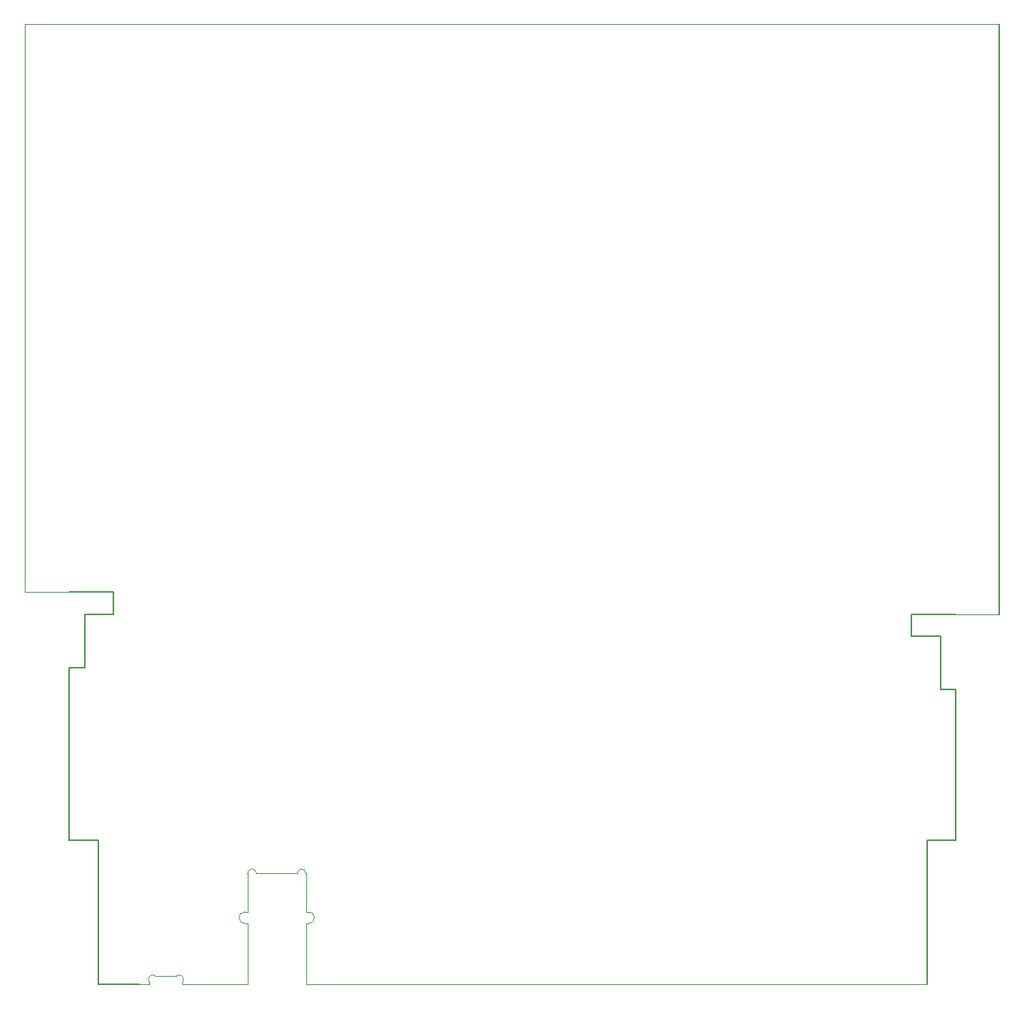
<source format=gbr>
%TF.GenerationSoftware,KiCad,Pcbnew,(6.0.7)*%
%TF.CreationDate,2022-07-29T13:47:02-04:00*%
%TF.ProjectId,ingameNES,696e6761-6d65-44e4-9553-2e6b69636164,1*%
%TF.SameCoordinates,Original*%
%TF.FileFunction,Profile,NP*%
%FSLAX46Y46*%
G04 Gerber Fmt 4.6, Leading zero omitted, Abs format (unit mm)*
G04 Created by KiCad (PCBNEW (6.0.7)) date 2022-07-29 13:47:02*
%MOMM*%
%LPD*%
G01*
G04 APERTURE LIST*
%TA.AperFunction,Profile*%
%ADD10C,0.150000*%
%TD*%
%TA.AperFunction,Profile*%
%ADD11C,0.050000*%
%TD*%
%TA.AperFunction,Profile*%
%ADD12C,0.120000*%
%TD*%
%TA.AperFunction,Profile*%
%ADD13C,0.100000*%
%TD*%
G04 APERTURE END LIST*
D10*
X54850000Y-182500000D02*
X54850000Y-181000000D01*
X51600000Y-181000000D02*
X51600000Y-161500000D01*
D11*
X51600000Y-153000000D02*
X46600000Y-153000000D01*
X151600000Y-155500000D02*
X156500000Y-155500000D01*
D10*
X149850000Y-158000000D02*
X149850000Y-164000000D01*
X151600000Y-181000000D02*
X148350000Y-181000000D01*
X56600000Y-155500000D02*
X56600000Y-153000000D01*
X51600000Y-161500000D02*
X53350000Y-161500000D01*
D12*
X78300000Y-197250000D02*
X148350000Y-197250000D01*
D10*
X54850000Y-181000000D02*
X51600000Y-181000000D01*
X146600000Y-158000000D02*
X149850000Y-158000000D01*
X148350000Y-181000000D02*
X148350000Y-182500000D01*
X54850000Y-197250000D02*
X54850000Y-182500000D01*
X151600000Y-164000000D02*
X151600000Y-181000000D01*
X151600000Y-155500000D02*
X146600000Y-155500000D01*
X53350000Y-161500000D02*
X53350000Y-155500000D01*
X59500000Y-197250000D02*
X54850000Y-197250000D01*
X156500000Y-88900000D02*
X156500000Y-155500000D01*
X53350000Y-155500000D02*
X56600000Y-155500000D01*
X56600000Y-153000000D02*
X51600000Y-153000000D01*
D12*
X46600000Y-88900000D02*
X156500000Y-88900000D01*
X65500000Y-197250000D02*
X71700000Y-197250000D01*
D10*
X148350000Y-182500000D02*
X148350000Y-197250000D01*
X146600000Y-155500000D02*
X146600000Y-158000000D01*
X149850000Y-164000000D02*
X151600000Y-164000000D01*
D11*
X46600000Y-88900000D02*
X46600000Y-153000000D01*
D13*
X72700000Y-184750000D02*
X77300000Y-184750000D01*
X78300000Y-190380000D02*
X78300000Y-197250000D01*
X78600000Y-190380000D02*
X78300000Y-190380000D01*
X71700000Y-197250000D02*
X71700000Y-190380000D01*
X71700000Y-190380000D02*
X71400000Y-190380000D01*
X71400000Y-189080000D02*
X71700000Y-189080000D01*
X71700000Y-189080000D02*
X71700000Y-184750000D01*
X78300000Y-184750000D02*
X78300000Y-189080000D01*
X78300000Y-189080000D02*
X78600000Y-189080000D01*
X70750000Y-189730000D02*
G75*
G03*
X71400000Y-190380000I650000J0D01*
G01*
X78300000Y-184750000D02*
G75*
G03*
X77300000Y-184750000I-500000J0D01*
G01*
X72700000Y-184750000D02*
G75*
G03*
X71700000Y-184750000I-500000J0D01*
G01*
X71400000Y-189080000D02*
G75*
G03*
X70750000Y-189730000I0J-650000D01*
G01*
X79250000Y-189730000D02*
G75*
G03*
X78600000Y-189080000I-650000J0D01*
G01*
X78600000Y-190380000D02*
G75*
G03*
X79250000Y-189730000I0J650000D01*
G01*
D12*
X60600000Y-197250000D02*
X59500000Y-197250000D01*
X64400000Y-197250000D02*
X65500000Y-197250000D01*
X63700000Y-196300000D02*
X61300000Y-196300000D01*
X60600000Y-197000000D02*
X60600000Y-197250000D01*
X64400000Y-197250000D02*
X64400000Y-197000000D01*
X64400000Y-197000000D02*
G75*
G03*
X63700000Y-196300000I-400100J299900D01*
G01*
X61300000Y-196300000D02*
G75*
G03*
X60600000Y-197000000I-300000J-400000D01*
G01*
M02*

</source>
